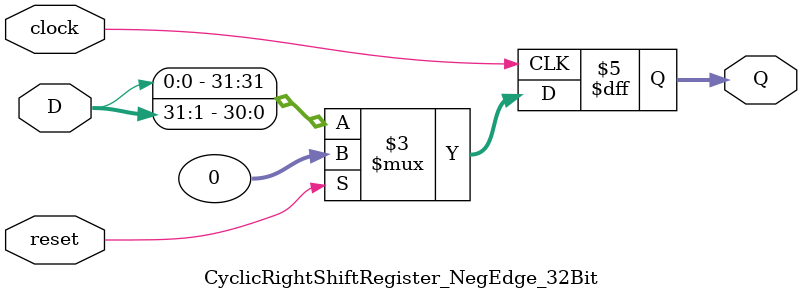
<source format=v>
module CyclicRightShiftRegister_NegEdge_32Bit (clock, reset, D, Q);
    input clock;
    input reset;
    input [31:0] D;
    output reg [31:0] Q;

    always @(negedge clock)
    begin
        if (reset)
            Q <= 32'b00000000000000000000000000000000;
        else
            Q <= {D[0], D[31:1]};        
    end
endmodule

</source>
